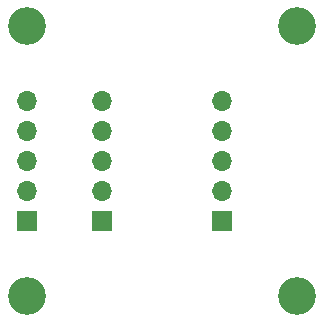
<source format=gbr>
%TF.GenerationSoftware,KiCad,Pcbnew,8.0.3-8.0.3-0~ubuntu22.04.1*%
%TF.CreationDate,2024-08-08T10:04:11+03:00*%
%TF.ProjectId,PM-Bus,504d2d42-7573-42e6-9b69-6361645f7063,rev?*%
%TF.SameCoordinates,Original*%
%TF.FileFunction,Soldermask,Bot*%
%TF.FilePolarity,Negative*%
%FSLAX46Y46*%
G04 Gerber Fmt 4.6, Leading zero omitted, Abs format (unit mm)*
G04 Created by KiCad (PCBNEW 8.0.3-8.0.3-0~ubuntu22.04.1) date 2024-08-08 10:04:11*
%MOMM*%
%LPD*%
G01*
G04 APERTURE LIST*
%ADD10C,3.200000*%
%ADD11R,1.700000X1.700000*%
%ADD12O,1.700000X1.700000*%
G04 APERTURE END LIST*
D10*
%TO.C,H1*%
X64770000Y-80010000D03*
%TD*%
D11*
%TO.C,J2*%
X71120000Y-96520000D03*
D12*
X71120000Y-93980000D03*
X71120000Y-91440000D03*
X71120000Y-88900000D03*
X71120000Y-86360000D03*
%TD*%
D10*
%TO.C,H3*%
X87630000Y-102870000D03*
%TD*%
D11*
%TO.C,J3*%
X81280000Y-96520000D03*
D12*
X81280000Y-93980000D03*
X81280000Y-91440000D03*
X81280000Y-88900000D03*
X81280000Y-86360000D03*
%TD*%
D10*
%TO.C,H2*%
X87630000Y-80010000D03*
%TD*%
%TO.C,H4*%
X64770000Y-102870000D03*
%TD*%
D11*
%TO.C,J1*%
X64770000Y-96520000D03*
D12*
X64770000Y-93980000D03*
X64770000Y-91440000D03*
X64770000Y-88900000D03*
X64770000Y-86360000D03*
%TD*%
M02*

</source>
